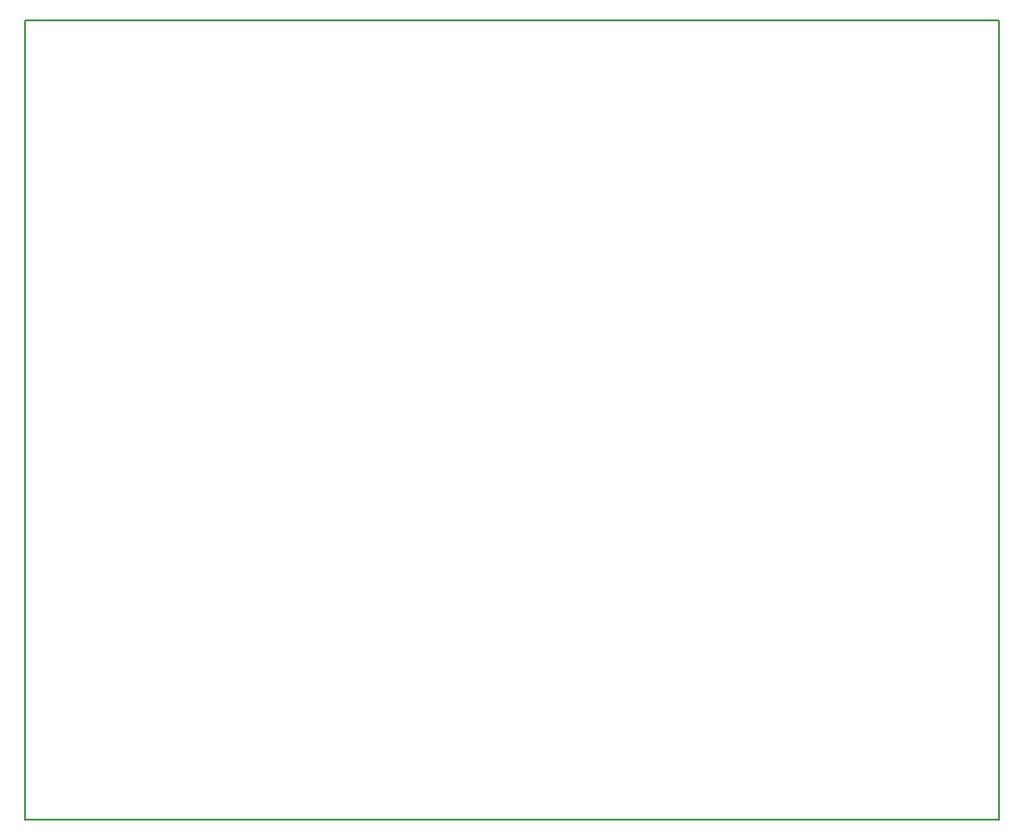
<source format=gm1>
G04 #@! TF.FileFunction,Profile,NP*
%FSLAX46Y46*%
G04 Gerber Fmt 4.6, Leading zero omitted, Abs format (unit mm)*
G04 Created by KiCad (PCBNEW 4.0.5) date 02/25/17 14:43:24*
%MOMM*%
%LPD*%
G01*
G04 APERTURE LIST*
%ADD10C,0.200000*%
%ADD11C,0.150000*%
G04 APERTURE END LIST*
D10*
D11*
X207000000Y-46500000D02*
X118000000Y-46500000D01*
X207000000Y-119500000D02*
X207000000Y-46500000D01*
X118000000Y-119500000D02*
X207000000Y-119500000D01*
X118000000Y-46500000D02*
X118000000Y-119500000D01*
M02*

</source>
